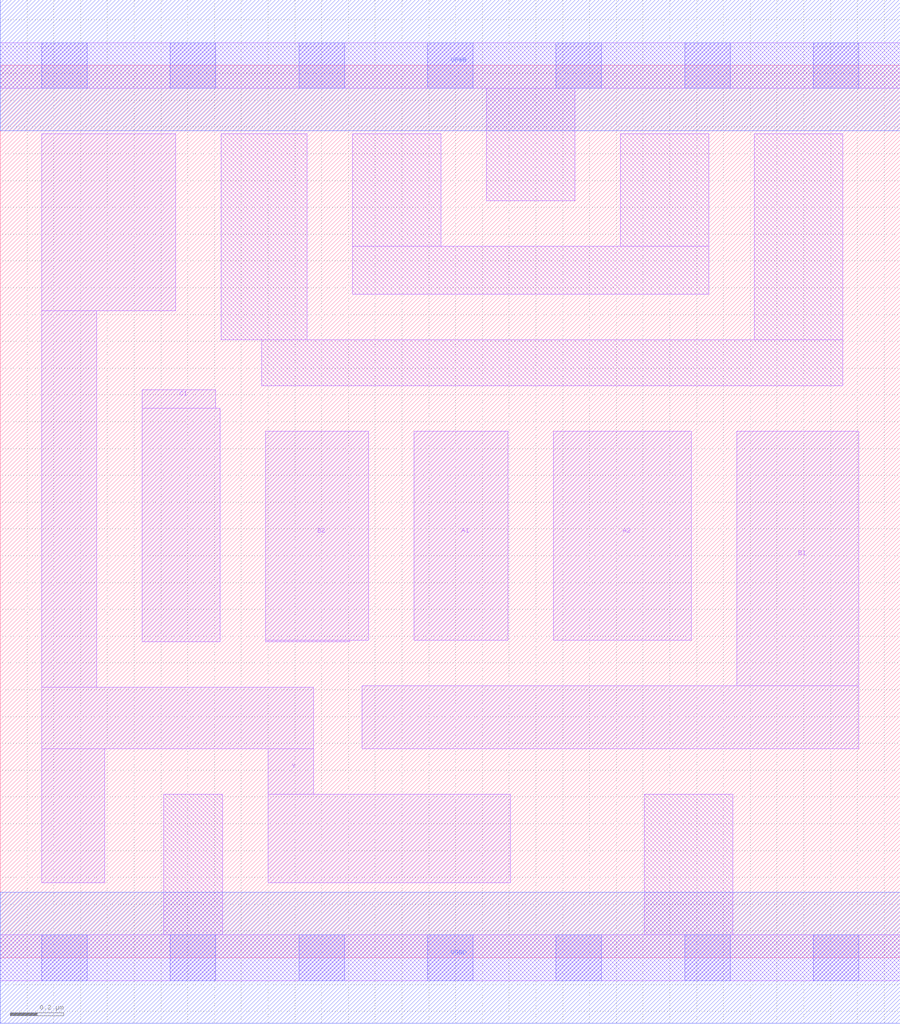
<source format=lef>
# Copyright 2020 The SkyWater PDK Authors
#
# Licensed under the Apache License, Version 2.0 (the "License");
# you may not use this file except in compliance with the License.
# You may obtain a copy of the License at
#
#     https://www.apache.org/licenses/LICENSE-2.0
#
# Unless required by applicable law or agreed to in writing, software
# distributed under the License is distributed on an "AS IS" BASIS,
# WITHOUT WARRANTIES OR CONDITIONS OF ANY KIND, either express or implied.
# See the License for the specific language governing permissions and
# limitations under the License.
#
# SPDX-License-Identifier: Apache-2.0

VERSION 5.7 ;
  NAMESCASESENSITIVE ON ;
  NOWIREEXTENSIONATPIN ON ;
  DIVIDERCHAR "/" ;
  BUSBITCHARS "[]" ;
UNITS
  DATABASE MICRONS 200 ;
END UNITS
MACRO sky130_fd_sc_lp__a221oi_0
  CLASS CORE ;
  SOURCE USER ;
  FOREIGN sky130_fd_sc_lp__a221oi_0 ;
  ORIGIN  0.000000  0.000000 ;
  SIZE  3.360000 BY  3.330000 ;
  SYMMETRY X Y R90 ;
  SITE unit ;
  PIN A1
    ANTENNAGATEAREA  0.159000 ;
    DIRECTION INPUT ;
    USE SIGNAL ;
    PORT
      LAYER li1 ;
        RECT 1.545000 1.185000 1.895000 1.965000 ;
    END
  END A1
  PIN A2
    ANTENNAGATEAREA  0.159000 ;
    DIRECTION INPUT ;
    USE SIGNAL ;
    PORT
      LAYER li1 ;
        RECT 2.065000 1.185000 2.580000 1.965000 ;
    END
  END A2
  PIN B1
    ANTENNAGATEAREA  0.159000 ;
    DIRECTION INPUT ;
    USE SIGNAL ;
    PORT
      LAYER li1 ;
        RECT 1.350000 0.780000 3.205000 1.015000 ;
        RECT 2.750000 1.015000 3.205000 1.965000 ;
    END
  END B1
  PIN B2
    ANTENNAGATEAREA  0.159000 ;
    DIRECTION INPUT ;
    USE SIGNAL ;
    PORT
      LAYER li1 ;
        RECT 0.990000 1.180000 1.305000 1.185000 ;
        RECT 0.990000 1.185000 1.375000 1.965000 ;
    END
  END B2
  PIN C1
    ANTENNAGATEAREA  0.159000 ;
    DIRECTION INPUT ;
    USE SIGNAL ;
    PORT
      LAYER li1 ;
        RECT 0.530000 1.180000 0.820000 2.050000 ;
        RECT 0.530000 2.050000 0.805000 2.120000 ;
    END
  END C1
  PIN Y
    ANTENNADIFFAREA  0.432100 ;
    DIRECTION OUTPUT ;
    USE SIGNAL ;
    PORT
      LAYER li1 ;
        RECT 0.155000 0.280000 0.390000 0.780000 ;
        RECT 0.155000 0.780000 1.170000 1.010000 ;
        RECT 0.155000 1.010000 0.360000 2.415000 ;
        RECT 0.155000 2.415000 0.655000 3.075000 ;
        RECT 1.000000 0.280000 1.905000 0.610000 ;
        RECT 1.000000 0.610000 1.170000 0.780000 ;
    END
  END Y
  PIN VGND
    DIRECTION INOUT ;
    USE GROUND ;
    PORT
      LAYER met1 ;
        RECT 0.000000 -0.245000 3.360000 0.245000 ;
    END
  END VGND
  PIN VPWR
    DIRECTION INOUT ;
    USE POWER ;
    PORT
      LAYER met1 ;
        RECT 0.000000 3.085000 3.360000 3.575000 ;
    END
  END VPWR
  OBS
    LAYER li1 ;
      RECT 0.000000 -0.085000 3.360000 0.085000 ;
      RECT 0.000000  3.245000 3.360000 3.415000 ;
      RECT 0.610000  0.085000 0.830000 0.610000 ;
      RECT 0.825000  2.305000 1.145000 3.075000 ;
      RECT 0.975000  2.135000 3.145000 2.305000 ;
      RECT 1.315000  2.475000 2.645000 2.655000 ;
      RECT 1.315000  2.655000 1.645000 3.075000 ;
      RECT 1.815000  2.825000 2.145000 3.245000 ;
      RECT 2.315000  2.655000 2.645000 3.075000 ;
      RECT 2.405000  0.085000 2.735000 0.610000 ;
      RECT 2.815000  2.305000 3.145000 3.075000 ;
    LAYER mcon ;
      RECT 0.155000 -0.085000 0.325000 0.085000 ;
      RECT 0.155000  3.245000 0.325000 3.415000 ;
      RECT 0.635000 -0.085000 0.805000 0.085000 ;
      RECT 0.635000  3.245000 0.805000 3.415000 ;
      RECT 1.115000 -0.085000 1.285000 0.085000 ;
      RECT 1.115000  3.245000 1.285000 3.415000 ;
      RECT 1.595000 -0.085000 1.765000 0.085000 ;
      RECT 1.595000  3.245000 1.765000 3.415000 ;
      RECT 2.075000 -0.085000 2.245000 0.085000 ;
      RECT 2.075000  3.245000 2.245000 3.415000 ;
      RECT 2.555000 -0.085000 2.725000 0.085000 ;
      RECT 2.555000  3.245000 2.725000 3.415000 ;
      RECT 3.035000 -0.085000 3.205000 0.085000 ;
      RECT 3.035000  3.245000 3.205000 3.415000 ;
  END
END sky130_fd_sc_lp__a221oi_0

</source>
